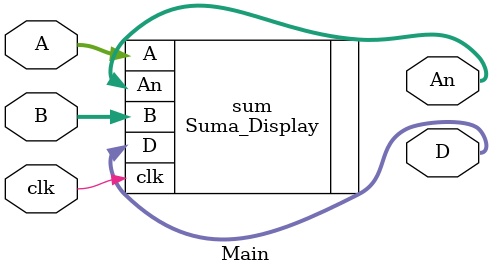
<source format=v>
`timescale 1ns / 1ps

module Main(A,B,clk,D,An);
	//Este modulo se usara como principal para cargar y probar los proyectos. Este debe ser el modulo para la creacion del testbench.
	//Los modulos creados deben ser almacenados en nuevos archivos de Module Verilog.
	//Este es el unico modulo relacionado a la conexion con la UCF.
	
	input [3:0] A;
	input [3:0] B;
	input clk;
	output [6:0] D;
	output [3:0] An;
	
	Suma_Display sum (.A(A),.B(B),.clk(clk),.D(D),.An(An));
	
endmodule

</source>
